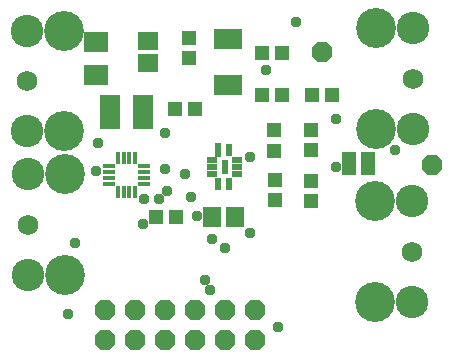
<source format=gbr>
G04 EAGLE Gerber X2 export*
%TF.Part,Single*%
%TF.FileFunction,Soldermask,Bot,1*%
%TF.FilePolarity,Negative*%
%TF.GenerationSoftware,Autodesk,EAGLE,9.1.0*%
%TF.CreationDate,2018-08-06T08:45:11Z*%
G75*
%MOMM*%
%FSLAX34Y34*%
%LPD*%
%AMOC8*
5,1,8,0,0,1.08239X$1,22.5*%
G01*
%ADD10R,1.803200X2.903200*%
%ADD11R,1.203200X1.303200*%
%ADD12R,1.303200X1.203200*%
%ADD13R,2.003200X1.803200*%
%ADD14R,1.703200X1.503200*%
%ADD15R,2.403200X1.803200*%
%ADD16P,1.869504X8X292.500000*%
%ADD17P,1.869504X8X22.500000*%
%ADD18P,1.869504X8X202.500000*%
%ADD19R,0.503200X1.103200*%
%ADD20R,0.503200X1.203200*%
%ADD21R,0.503200X1.153200*%
%ADD22R,0.903200X0.503200*%
%ADD23R,1.503200X1.703200*%
%ADD24R,1.013000X0.453200*%
%ADD25R,0.453200X1.013000*%
%ADD26R,1.159600X0.675700*%
%ADD27C,1.727200*%
%ADD28C,2.743200*%
%ADD29C,3.378200*%
%ADD30C,0.959600*%


D10*
X122811Y553760D03*
X94811Y553760D03*
D11*
X265436Y495684D03*
X265436Y478684D03*
X234000Y521084D03*
X234000Y538084D03*
X162390Y616340D03*
X162390Y599340D03*
D12*
X167456Y555916D03*
X150456Y555916D03*
X150710Y464838D03*
X133710Y464838D03*
D13*
X83504Y612657D03*
X83504Y584657D03*
D12*
X240706Y604062D03*
X223706Y604062D03*
D14*
X127372Y613974D03*
X127372Y594974D03*
D15*
X195433Y576324D03*
X195433Y615324D03*
D16*
X367801Y509053D03*
D17*
X274443Y604154D03*
D18*
X217878Y360327D03*
X192478Y360327D03*
X167078Y360327D03*
X141678Y360327D03*
X116278Y360327D03*
X90878Y360327D03*
X217878Y385727D03*
X192478Y385727D03*
X167078Y385727D03*
X141678Y385727D03*
X116278Y385727D03*
X90878Y385727D03*
D19*
X195796Y521900D03*
X195796Y492900D03*
D20*
X186796Y521900D03*
D19*
X186796Y492900D03*
D21*
X192296Y507400D03*
D22*
X181796Y507400D03*
X202796Y507400D03*
X202796Y513400D03*
X202796Y501400D03*
X181796Y501400D03*
X181796Y513400D03*
D11*
X266530Y568073D03*
X283530Y568073D03*
X223739Y568299D03*
X240739Y568299D03*
D12*
X234992Y496191D03*
X234992Y479191D03*
X265693Y521615D03*
X265693Y538615D03*
D23*
X181797Y464939D03*
X200797Y464939D03*
D24*
X94717Y492690D03*
X94717Y497690D03*
X94717Y502690D03*
X94717Y507690D03*
D25*
X101668Y514641D03*
X106668Y514641D03*
X111668Y514641D03*
X116668Y514641D03*
D24*
X123619Y507690D03*
X123619Y502690D03*
X123619Y497690D03*
X123619Y492690D03*
D25*
X116668Y485739D03*
X111668Y485739D03*
X106668Y485739D03*
X101668Y485739D03*
D26*
X297234Y503486D03*
X297234Y509986D03*
X297234Y516486D03*
X313962Y516486D03*
X313962Y509986D03*
X313962Y503486D03*
D27*
X351663Y581891D03*
D28*
X351663Y624436D03*
X351663Y539346D03*
D29*
X320167Y624436D03*
X320167Y539346D03*
D27*
X25338Y458372D03*
D28*
X25338Y415827D03*
X25338Y500917D03*
D29*
X56834Y415827D03*
X56834Y500917D03*
D27*
X350676Y435414D03*
D28*
X350676Y477959D03*
X350676Y392869D03*
D29*
X319180Y477959D03*
X319180Y392869D03*
D27*
X24917Y579914D03*
D28*
X24917Y537369D03*
X24917Y622459D03*
D29*
X56413Y537369D03*
X56413Y622459D03*
D30*
X122702Y458636D03*
X192595Y438843D03*
X158775Y501612D03*
X175350Y411068D03*
X136723Y480157D03*
X336112Y521266D03*
X226960Y588845D03*
X124189Y480106D03*
X286646Y507177D03*
X286646Y548180D03*
X213809Y450866D03*
X60016Y382432D03*
X179736Y402603D03*
X83056Y503996D03*
X65231Y442830D03*
X85232Y527378D03*
X169184Y465827D03*
X141560Y505803D03*
X141457Y535888D03*
X237083Y371590D03*
X252549Y630027D03*
X181421Y446052D03*
X163891Y481738D03*
X213954Y515269D03*
X143206Y486831D03*
M02*

</source>
